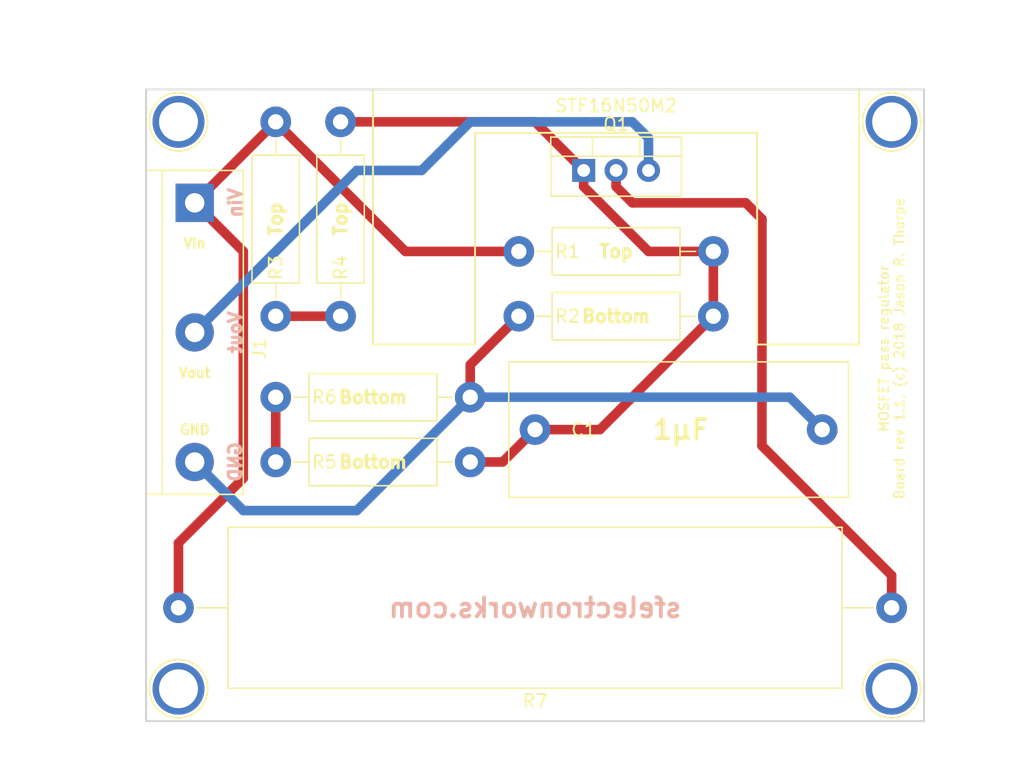
<source format=kicad_pcb>
(kicad_pcb (version 4) (host pcbnew 4.0.7)

  (general
    (links 15)
    (no_connects 0)
    (area 110.260001 46.83 194.54 109.380001)
    (thickness 1.6)
    (drawings 23)
    (tracks 39)
    (zones 0)
    (modules 15)
    (nets 8)
  )

  (page A4)
  (layers
    (0 F.Cu signal)
    (31 B.Cu signal)
    (32 B.Adhes user)
    (33 F.Adhes user)
    (34 B.Paste user)
    (35 F.Paste user)
    (36 B.SilkS user)
    (37 F.SilkS user)
    (38 B.Mask user)
    (39 F.Mask user)
    (40 Dwgs.User user)
    (41 Cmts.User user)
    (42 Eco1.User user)
    (43 Eco2.User user)
    (44 Edge.Cuts user)
    (45 Margin user)
    (46 B.CrtYd user)
    (47 F.CrtYd user)
    (48 B.Fab user)
    (49 F.Fab user)
  )

  (setup
    (last_trace_width 0.75)
    (trace_clearance 0.25)
    (zone_clearance 0.508)
    (zone_45_only no)
    (trace_min 0.2)
    (segment_width 0.2)
    (edge_width 0.15)
    (via_size 0.6)
    (via_drill 0.4)
    (via_min_size 0.4)
    (via_min_drill 0.3)
    (uvia_size 0.3)
    (uvia_drill 0.1)
    (uvias_allowed no)
    (uvia_min_size 0.2)
    (uvia_min_drill 0.1)
    (pcb_text_width 0.3)
    (pcb_text_size 1.5 1.5)
    (mod_edge_width 0.15)
    (mod_text_size 1 1)
    (mod_text_width 0.15)
    (pad_size 1.524 1.524)
    (pad_drill 0.762)
    (pad_to_mask_clearance 0.2)
    (aux_axis_origin 0 0)
    (visible_elements FFFFFF7F)
    (pcbplotparams
      (layerselection 0x210f0_80000001)
      (usegerberextensions false)
      (excludeedgelayer true)
      (linewidth 0.100000)
      (plotframeref false)
      (viasonmask false)
      (mode 1)
      (useauxorigin false)
      (hpglpennumber 1)
      (hpglpenspeed 20)
      (hpglpendiameter 15)
      (hpglpenoverlay 2)
      (psnegative false)
      (psa4output false)
      (plotreference true)
      (plotvalue true)
      (plotinvisibletext false)
      (padsonsilk false)
      (subtractmaskfromsilk false)
      (outputformat 1)
      (mirror false)
      (drillshape 0)
      (scaleselection 1)
      (outputdirectory Gerbers/))
  )

  (net 0 "")
  (net 1 "Net-(C1-Pad1)")
  (net 2 "Net-(C1-Pad2)")
  (net 3 "Net-(J1-Pad1)")
  (net 4 "Net-(J1-Pad2)")
  (net 5 "Net-(R3-Pad2)")
  (net 6 "Net-(R5-Pad2)")
  (net 7 "Net-(Q1-Pad2)")

  (net_class Default "This is the default net class."
    (clearance 0.25)
    (trace_width 0.75)
    (via_dia 0.6)
    (via_drill 0.4)
    (uvia_dia 0.3)
    (uvia_drill 0.1)
    (add_net "Net-(C1-Pad1)")
    (add_net "Net-(C1-Pad2)")
    (add_net "Net-(J1-Pad1)")
    (add_net "Net-(J1-Pad2)")
    (add_net "Net-(Q1-Pad2)")
    (add_net "Net-(R3-Pad2)")
    (add_net "Net-(R5-Pad2)")
  )

  (module Connectors:1pin (layer F.Cu) (tedit 5BB3D256) (tstamp 5A88AC29)
    (at 124.46 100.33)
    (descr "module 1 pin (ou trou mecanique de percage)")
    (tags DEV)
    (fp_text reference REF** (at 0 -3.048) (layer F.SilkS) hide
      (effects (font (size 1 1) (thickness 0.15)))
    )
    (fp_text value 1pin (at 0 3) (layer F.Fab) hide
      (effects (font (size 1 1) (thickness 0.15)))
    )
    (fp_circle (center 0 0) (end 2 0.8) (layer F.Fab) (width 0.1))
    (fp_circle (center 0 0) (end 2.6 0) (layer F.CrtYd) (width 0.05))
    (fp_circle (center 0 0) (end 0 -2.286) (layer F.SilkS) (width 0.12))
    (pad 1 thru_hole circle (at 0 0) (size 4.064 4.064) (drill 3.048) (layers *.Cu *.Mask))
  )

  (module Capacitors_THT:C_Rect_L26.5mm_W10.5mm_P22.50mm_MKS4 (layer F.Cu) (tedit 5BB3D280) (tstamp 5A885867)
    (at 152.4 80.01)
    (descr "C, Rect series, Radial, pin pitch=22.50mm, , length*width=26.5*10.5mm^2, Capacitor, http://www.wima.com/EN/WIMA_MKS_4.pdf")
    (tags "C Rect series Radial pin pitch 22.50mm  length 26.5mm width 10.5mm Capacitor")
    (path /5A8854C6)
    (fp_text reference C1 (at 3.81 0) (layer F.SilkS)
      (effects (font (size 1 1) (thickness 0.15)))
    )
    (fp_text value 1µF (at 11.25 6.56) (layer F.Fab)
      (effects (font (size 1 1) (thickness 0.15)))
    )
    (fp_line (start -2 -5.25) (end -2 5.25) (layer F.Fab) (width 0.1))
    (fp_line (start -2 5.25) (end 24.5 5.25) (layer F.Fab) (width 0.1))
    (fp_line (start 24.5 5.25) (end 24.5 -5.25) (layer F.Fab) (width 0.1))
    (fp_line (start 24.5 -5.25) (end -2 -5.25) (layer F.Fab) (width 0.1))
    (fp_line (start -2.06 -5.31) (end 24.56 -5.31) (layer F.SilkS) (width 0.12))
    (fp_line (start -2.06 5.31) (end 24.56 5.31) (layer F.SilkS) (width 0.12))
    (fp_line (start -2.06 -5.31) (end -2.06 5.31) (layer F.SilkS) (width 0.12))
    (fp_line (start 24.56 -5.31) (end 24.56 5.31) (layer F.SilkS) (width 0.12))
    (fp_line (start -2.35 -5.6) (end -2.35 5.6) (layer F.CrtYd) (width 0.05))
    (fp_line (start -2.35 5.6) (end 24.85 5.6) (layer F.CrtYd) (width 0.05))
    (fp_line (start 24.85 5.6) (end 24.85 -5.6) (layer F.CrtYd) (width 0.05))
    (fp_line (start 24.85 -5.6) (end -2.35 -5.6) (layer F.CrtYd) (width 0.05))
    (fp_text user %R (at 11.25 0) (layer F.Fab) hide
      (effects (font (size 1 1) (thickness 0.15)))
    )
    (pad 1 thru_hole circle (at 0 0) (size 2.4 2.4) (drill 1.2) (layers *.Cu *.Mask)
      (net 1 "Net-(C1-Pad1)"))
    (pad 2 thru_hole circle (at 22.5 0) (size 2.4 2.4) (drill 1.2) (layers *.Cu *.Mask)
      (net 2 "Net-(C1-Pad2)"))
    (model ${KISYS3DMOD}/Capacitors_THT.3dshapes/C_Rect_L26.5mm_W10.5mm_P22.50mm_MKS4.wrl
      (at (xyz 0 0 0))
      (scale (xyz 1 1 1))
      (rotate (xyz 0 0 0))
    )
  )

  (module CustomFootprints:TerminalBlock_AMP-3_P10.16mm (layer F.Cu) (tedit 5BB3D412) (tstamp 5A88587D)
    (at 125.73 62.23 270)
    (descr "simple 3-pin terminal block, pitch 10.16mm, 600V")
    (tags "terminal block bornier3")
    (path /5A8856F5)
    (fp_text reference J1 (at 11.43 -5.08 270) (layer F.SilkS)
      (effects (font (size 1 1) (thickness 0.15)))
    )
    (fp_text value "TE AMP 282843-3" (at 10.16 5.08 270) (layer F.Fab)
      (effects (font (size 1 1) (thickness 0.15)))
    )
    (fp_text user %R (at 5.08 0 270) (layer F.Fab) hide
      (effects (font (size 1 1) (thickness 0.15)))
    )
    (fp_line (start -2.47 2.55) (end 22.79 2.55) (layer F.Fab) (width 0.1))
    (fp_line (start -2.47 -3.75) (end 22.84 -3.75) (layer F.Fab) (width 0.1))
    (fp_line (start 22.79 -3.75) (end 22.79 3.75) (layer F.Fab) (width 0.1))
    (fp_line (start 22.84 3.75) (end -2.47 3.75) (layer F.Fab) (width 0.1))
    (fp_line (start -2.47 3.75) (end -2.47 -3.75) (layer F.Fab) (width 0.1))
    (fp_line (start -2.54 3.81) (end -2.54 -3.81) (layer F.SilkS) (width 0.12))
    (fp_line (start 22.86 3.81) (end 22.86 -3.81) (layer F.SilkS) (width 0.12))
    (fp_line (start -2.54 2.54) (end 22.86 2.54) (layer F.SilkS) (width 0.12))
    (fp_line (start -2.54 -3.81) (end 22.86 -3.81) (layer F.SilkS) (width 0.12))
    (fp_line (start -2.54 3.81) (end 22.86 3.81) (layer F.SilkS) (width 0.12))
    (fp_line (start -2.72 -4) (end 23.04 -4) (layer F.CrtYd) (width 0.05))
    (fp_line (start -2.72 -4) (end -2.72 4) (layer F.CrtYd) (width 0.05))
    (fp_line (start 23.04 4) (end 23.04 -4) (layer F.CrtYd) (width 0.05))
    (fp_line (start 23.04 4) (end -2.72 4) (layer F.CrtYd) (width 0.05))
    (pad 1 thru_hole rect (at 0 0 270) (size 3 3) (drill 1.52) (layers *.Cu *.Mask)
      (net 3 "Net-(J1-Pad1)"))
    (pad 2 thru_hole circle (at 10.16 0 270) (size 3 3) (drill 1.52) (layers *.Cu *.Mask)
      (net 4 "Net-(J1-Pad2)"))
    (pad 3 thru_hole circle (at 20.32 0 270) (size 3 3) (drill 1.52) (layers *.Cu *.Mask)
      (net 2 "Net-(C1-Pad2)"))
    (model ${KISYS3DMOD}/Terminal_Blocks.3dshapes/TerminalBlock_bornier-3_P5.08mm.wrl
      (at (xyz 0.2 0 0))
      (scale (xyz 1 1 1))
      (rotate (xyz 0 0 0))
    )
  )

  (module Resistors_THT:R_Axial_DIN0411_L9.9mm_D3.6mm_P15.24mm_Horizontal (layer F.Cu) (tedit 5A88B8B1) (tstamp 5A885883)
    (at 151.13 66.04)
    (descr "Resistor, Axial_DIN0411 series, Axial, Horizontal, pin pitch=15.24mm, 1W = 1/1W, length*diameter=9.9*3.6mm^2")
    (tags "Resistor Axial_DIN0411 series Axial Horizontal pin pitch 15.24mm 1W = 1/1W length 9.9mm diameter 3.6mm")
    (path /5A8855E8)
    (fp_text reference R1 (at 3.81 0) (layer F.SilkS)
      (effects (font (size 1 1) (thickness 0.15)))
    )
    (fp_text value R (at 7.62 2.86) (layer F.Fab)
      (effects (font (size 1 1) (thickness 0.15)))
    )
    (fp_line (start 2.67 -1.8) (end 2.67 1.8) (layer F.Fab) (width 0.1))
    (fp_line (start 2.67 1.8) (end 12.57 1.8) (layer F.Fab) (width 0.1))
    (fp_line (start 12.57 1.8) (end 12.57 -1.8) (layer F.Fab) (width 0.1))
    (fp_line (start 12.57 -1.8) (end 2.67 -1.8) (layer F.Fab) (width 0.1))
    (fp_line (start 0 0) (end 2.67 0) (layer F.Fab) (width 0.1))
    (fp_line (start 15.24 0) (end 12.57 0) (layer F.Fab) (width 0.1))
    (fp_line (start 2.61 -1.86) (end 2.61 1.86) (layer F.SilkS) (width 0.12))
    (fp_line (start 2.61 1.86) (end 12.63 1.86) (layer F.SilkS) (width 0.12))
    (fp_line (start 12.63 1.86) (end 12.63 -1.86) (layer F.SilkS) (width 0.12))
    (fp_line (start 12.63 -1.86) (end 2.61 -1.86) (layer F.SilkS) (width 0.12))
    (fp_line (start 1.38 0) (end 2.61 0) (layer F.SilkS) (width 0.12))
    (fp_line (start 13.86 0) (end 12.63 0) (layer F.SilkS) (width 0.12))
    (fp_line (start -1.45 -2.15) (end -1.45 2.15) (layer F.CrtYd) (width 0.05))
    (fp_line (start -1.45 2.15) (end 16.7 2.15) (layer F.CrtYd) (width 0.05))
    (fp_line (start 16.7 2.15) (end 16.7 -2.15) (layer F.CrtYd) (width 0.05))
    (fp_line (start 16.7 -2.15) (end -1.45 -2.15) (layer F.CrtYd) (width 0.05))
    (pad 1 thru_hole circle (at 0 0) (size 2.4 2.4) (drill 1.2) (layers *.Cu *.Mask)
      (net 3 "Net-(J1-Pad1)"))
    (pad 2 thru_hole oval (at 15.24 0) (size 2.4 2.4) (drill 1.2) (layers *.Cu *.Mask)
      (net 1 "Net-(C1-Pad1)"))
    (model ${KISYS3DMOD}/Resistors_THT.3dshapes/R_Axial_DIN0411_L9.9mm_D3.6mm_P15.24mm_Horizontal.wrl
      (at (xyz 0 0 0))
      (scale (xyz 0.393701 0.393701 0.393701))
      (rotate (xyz 0 0 0))
    )
  )

  (module Resistors_THT:R_Axial_DIN0411_L9.9mm_D3.6mm_P15.24mm_Horizontal (layer F.Cu) (tedit 5A88B8BA) (tstamp 5A885889)
    (at 166.37 71.12 180)
    (descr "Resistor, Axial_DIN0411 series, Axial, Horizontal, pin pitch=15.24mm, 1W = 1/1W, length*diameter=9.9*3.6mm^2")
    (tags "Resistor Axial_DIN0411 series Axial Horizontal pin pitch 15.24mm 1W = 1/1W length 9.9mm diameter 3.6mm")
    (path /5A88563F)
    (fp_text reference R2 (at 11.43 0 180) (layer F.SilkS)
      (effects (font (size 1 1) (thickness 0.15)))
    )
    (fp_text value R (at 7.62 2.86 180) (layer F.Fab)
      (effects (font (size 1 1) (thickness 0.15)))
    )
    (fp_line (start 2.67 -1.8) (end 2.67 1.8) (layer F.Fab) (width 0.1))
    (fp_line (start 2.67 1.8) (end 12.57 1.8) (layer F.Fab) (width 0.1))
    (fp_line (start 12.57 1.8) (end 12.57 -1.8) (layer F.Fab) (width 0.1))
    (fp_line (start 12.57 -1.8) (end 2.67 -1.8) (layer F.Fab) (width 0.1))
    (fp_line (start 0 0) (end 2.67 0) (layer F.Fab) (width 0.1))
    (fp_line (start 15.24 0) (end 12.57 0) (layer F.Fab) (width 0.1))
    (fp_line (start 2.61 -1.86) (end 2.61 1.86) (layer F.SilkS) (width 0.12))
    (fp_line (start 2.61 1.86) (end 12.63 1.86) (layer F.SilkS) (width 0.12))
    (fp_line (start 12.63 1.86) (end 12.63 -1.86) (layer F.SilkS) (width 0.12))
    (fp_line (start 12.63 -1.86) (end 2.61 -1.86) (layer F.SilkS) (width 0.12))
    (fp_line (start 1.38 0) (end 2.61 0) (layer F.SilkS) (width 0.12))
    (fp_line (start 13.86 0) (end 12.63 0) (layer F.SilkS) (width 0.12))
    (fp_line (start -1.45 -2.15) (end -1.45 2.15) (layer F.CrtYd) (width 0.05))
    (fp_line (start -1.45 2.15) (end 16.7 2.15) (layer F.CrtYd) (width 0.05))
    (fp_line (start 16.7 2.15) (end 16.7 -2.15) (layer F.CrtYd) (width 0.05))
    (fp_line (start 16.7 -2.15) (end -1.45 -2.15) (layer F.CrtYd) (width 0.05))
    (pad 1 thru_hole circle (at 0 0 180) (size 2.4 2.4) (drill 1.2) (layers *.Cu *.Mask)
      (net 1 "Net-(C1-Pad1)"))
    (pad 2 thru_hole oval (at 15.24 0 180) (size 2.4 2.4) (drill 1.2) (layers *.Cu *.Mask)
      (net 2 "Net-(C1-Pad2)"))
    (model ${KISYS3DMOD}/Resistors_THT.3dshapes/R_Axial_DIN0411_L9.9mm_D3.6mm_P15.24mm_Horizontal.wrl
      (at (xyz 0 0 0))
      (scale (xyz 0.393701 0.393701 0.393701))
      (rotate (xyz 0 0 0))
    )
  )

  (module Resistors_THT:R_Axial_DIN0411_L9.9mm_D3.6mm_P15.24mm_Horizontal (layer F.Cu) (tedit 5A88B0D9) (tstamp 5A88588F)
    (at 132.08 55.88 270)
    (descr "Resistor, Axial_DIN0411 series, Axial, Horizontal, pin pitch=15.24mm, 1W = 1/1W, length*diameter=9.9*3.6mm^2")
    (tags "Resistor Axial_DIN0411 series Axial Horizontal pin pitch 15.24mm 1W = 1/1W length 9.9mm diameter 3.6mm")
    (path /5A88538B)
    (fp_text reference R3 (at 11.43 0 270) (layer F.SilkS)
      (effects (font (size 1 1) (thickness 0.15)))
    )
    (fp_text value R (at 7.62 2.86 270) (layer F.Fab)
      (effects (font (size 1 1) (thickness 0.15)))
    )
    (fp_line (start 2.67 -1.8) (end 2.67 1.8) (layer F.Fab) (width 0.1))
    (fp_line (start 2.67 1.8) (end 12.57 1.8) (layer F.Fab) (width 0.1))
    (fp_line (start 12.57 1.8) (end 12.57 -1.8) (layer F.Fab) (width 0.1))
    (fp_line (start 12.57 -1.8) (end 2.67 -1.8) (layer F.Fab) (width 0.1))
    (fp_line (start 0 0) (end 2.67 0) (layer F.Fab) (width 0.1))
    (fp_line (start 15.24 0) (end 12.57 0) (layer F.Fab) (width 0.1))
    (fp_line (start 2.61 -1.86) (end 2.61 1.86) (layer F.SilkS) (width 0.12))
    (fp_line (start 2.61 1.86) (end 12.63 1.86) (layer F.SilkS) (width 0.12))
    (fp_line (start 12.63 1.86) (end 12.63 -1.86) (layer F.SilkS) (width 0.12))
    (fp_line (start 12.63 -1.86) (end 2.61 -1.86) (layer F.SilkS) (width 0.12))
    (fp_line (start 1.38 0) (end 2.61 0) (layer F.SilkS) (width 0.12))
    (fp_line (start 13.86 0) (end 12.63 0) (layer F.SilkS) (width 0.12))
    (fp_line (start -1.45 -2.15) (end -1.45 2.15) (layer F.CrtYd) (width 0.05))
    (fp_line (start -1.45 2.15) (end 16.7 2.15) (layer F.CrtYd) (width 0.05))
    (fp_line (start 16.7 2.15) (end 16.7 -2.15) (layer F.CrtYd) (width 0.05))
    (fp_line (start 16.7 -2.15) (end -1.45 -2.15) (layer F.CrtYd) (width 0.05))
    (pad 1 thru_hole circle (at 0 0 270) (size 2.4 2.4) (drill 1.2) (layers *.Cu *.Mask)
      (net 3 "Net-(J1-Pad1)"))
    (pad 2 thru_hole oval (at 15.24 0 270) (size 2.4 2.4) (drill 1.2) (layers *.Cu *.Mask)
      (net 5 "Net-(R3-Pad2)"))
    (model ${KISYS3DMOD}/Resistors_THT.3dshapes/R_Axial_DIN0411_L9.9mm_D3.6mm_P15.24mm_Horizontal.wrl
      (at (xyz 0 0 0))
      (scale (xyz 0.393701 0.393701 0.393701))
      (rotate (xyz 0 0 0))
    )
  )

  (module Resistors_THT:R_Axial_DIN0411_L9.9mm_D3.6mm_P15.24mm_Horizontal (layer F.Cu) (tedit 5A886081) (tstamp 5A885895)
    (at 137.16 71.12 90)
    (descr "Resistor, Axial_DIN0411 series, Axial, Horizontal, pin pitch=15.24mm, 1W = 1/1W, length*diameter=9.9*3.6mm^2")
    (tags "Resistor Axial_DIN0411 series Axial Horizontal pin pitch 15.24mm 1W = 1/1W length 9.9mm diameter 3.6mm")
    (path /5A8853BF)
    (fp_text reference R4 (at 3.81 0 90) (layer F.SilkS)
      (effects (font (size 1 1) (thickness 0.15)))
    )
    (fp_text value R (at 7.62 2.86 90) (layer F.Fab)
      (effects (font (size 1 1) (thickness 0.15)))
    )
    (fp_line (start 2.67 -1.8) (end 2.67 1.8) (layer F.Fab) (width 0.1))
    (fp_line (start 2.67 1.8) (end 12.57 1.8) (layer F.Fab) (width 0.1))
    (fp_line (start 12.57 1.8) (end 12.57 -1.8) (layer F.Fab) (width 0.1))
    (fp_line (start 12.57 -1.8) (end 2.67 -1.8) (layer F.Fab) (width 0.1))
    (fp_line (start 0 0) (end 2.67 0) (layer F.Fab) (width 0.1))
    (fp_line (start 15.24 0) (end 12.57 0) (layer F.Fab) (width 0.1))
    (fp_line (start 2.61 -1.86) (end 2.61 1.86) (layer F.SilkS) (width 0.12))
    (fp_line (start 2.61 1.86) (end 12.63 1.86) (layer F.SilkS) (width 0.12))
    (fp_line (start 12.63 1.86) (end 12.63 -1.86) (layer F.SilkS) (width 0.12))
    (fp_line (start 12.63 -1.86) (end 2.61 -1.86) (layer F.SilkS) (width 0.12))
    (fp_line (start 1.38 0) (end 2.61 0) (layer F.SilkS) (width 0.12))
    (fp_line (start 13.86 0) (end 12.63 0) (layer F.SilkS) (width 0.12))
    (fp_line (start -1.45 -2.15) (end -1.45 2.15) (layer F.CrtYd) (width 0.05))
    (fp_line (start -1.45 2.15) (end 16.7 2.15) (layer F.CrtYd) (width 0.05))
    (fp_line (start 16.7 2.15) (end 16.7 -2.15) (layer F.CrtYd) (width 0.05))
    (fp_line (start 16.7 -2.15) (end -1.45 -2.15) (layer F.CrtYd) (width 0.05))
    (pad 1 thru_hole circle (at 0 0 90) (size 2.4 2.4) (drill 1.2) (layers *.Cu *.Mask)
      (net 5 "Net-(R3-Pad2)"))
    (pad 2 thru_hole oval (at 15.24 0 90) (size 2.4 2.4) (drill 1.2) (layers *.Cu *.Mask)
      (net 1 "Net-(C1-Pad1)"))
    (model ${KISYS3DMOD}/Resistors_THT.3dshapes/R_Axial_DIN0411_L9.9mm_D3.6mm_P15.24mm_Horizontal.wrl
      (at (xyz 0 0 0))
      (scale (xyz 0.393701 0.393701 0.393701))
      (rotate (xyz 0 0 0))
    )
  )

  (module Resistors_THT:R_Axial_DIN0411_L9.9mm_D3.6mm_P15.24mm_Horizontal (layer F.Cu) (tedit 5A88B115) (tstamp 5A88589B)
    (at 147.32 82.55 180)
    (descr "Resistor, Axial_DIN0411 series, Axial, Horizontal, pin pitch=15.24mm, 1W = 1/1W, length*diameter=9.9*3.6mm^2")
    (tags "Resistor Axial_DIN0411 series Axial Horizontal pin pitch 15.24mm 1W = 1/1W length 9.9mm diameter 3.6mm")
    (path /5A8853FF)
    (fp_text reference R5 (at 11.43 0 180) (layer F.SilkS)
      (effects (font (size 1 1) (thickness 0.15)))
    )
    (fp_text value R (at 7.62 2.86 180) (layer F.Fab)
      (effects (font (size 1 1) (thickness 0.15)))
    )
    (fp_line (start 2.67 -1.8) (end 2.67 1.8) (layer F.Fab) (width 0.1))
    (fp_line (start 2.67 1.8) (end 12.57 1.8) (layer F.Fab) (width 0.1))
    (fp_line (start 12.57 1.8) (end 12.57 -1.8) (layer F.Fab) (width 0.1))
    (fp_line (start 12.57 -1.8) (end 2.67 -1.8) (layer F.Fab) (width 0.1))
    (fp_line (start 0 0) (end 2.67 0) (layer F.Fab) (width 0.1))
    (fp_line (start 15.24 0) (end 12.57 0) (layer F.Fab) (width 0.1))
    (fp_line (start 2.61 -1.86) (end 2.61 1.86) (layer F.SilkS) (width 0.12))
    (fp_line (start 2.61 1.86) (end 12.63 1.86) (layer F.SilkS) (width 0.12))
    (fp_line (start 12.63 1.86) (end 12.63 -1.86) (layer F.SilkS) (width 0.12))
    (fp_line (start 12.63 -1.86) (end 2.61 -1.86) (layer F.SilkS) (width 0.12))
    (fp_line (start 1.38 0) (end 2.61 0) (layer F.SilkS) (width 0.12))
    (fp_line (start 13.86 0) (end 12.63 0) (layer F.SilkS) (width 0.12))
    (fp_line (start -1.45 -2.15) (end -1.45 2.15) (layer F.CrtYd) (width 0.05))
    (fp_line (start -1.45 2.15) (end 16.7 2.15) (layer F.CrtYd) (width 0.05))
    (fp_line (start 16.7 2.15) (end 16.7 -2.15) (layer F.CrtYd) (width 0.05))
    (fp_line (start 16.7 -2.15) (end -1.45 -2.15) (layer F.CrtYd) (width 0.05))
    (pad 1 thru_hole circle (at 0 0 180) (size 2.4 2.4) (drill 1.2) (layers *.Cu *.Mask)
      (net 1 "Net-(C1-Pad1)"))
    (pad 2 thru_hole oval (at 15.24 0 180) (size 2.4 2.4) (drill 1.2) (layers *.Cu *.Mask)
      (net 6 "Net-(R5-Pad2)"))
    (model ${KISYS3DMOD}/Resistors_THT.3dshapes/R_Axial_DIN0411_L9.9mm_D3.6mm_P15.24mm_Horizontal.wrl
      (at (xyz 0 0 0))
      (scale (xyz 0.393701 0.393701 0.393701))
      (rotate (xyz 0 0 0))
    )
  )

  (module Resistors_THT:R_Axial_DIN0411_L9.9mm_D3.6mm_P15.24mm_Horizontal (layer F.Cu) (tedit 5A886086) (tstamp 5A8858A1)
    (at 132.08 77.47)
    (descr "Resistor, Axial_DIN0411 series, Axial, Horizontal, pin pitch=15.24mm, 1W = 1/1W, length*diameter=9.9*3.6mm^2")
    (tags "Resistor Axial_DIN0411 series Axial Horizontal pin pitch 15.24mm 1W = 1/1W length 9.9mm diameter 3.6mm")
    (path /5A885443)
    (fp_text reference R6 (at 3.81 0) (layer F.SilkS)
      (effects (font (size 1 1) (thickness 0.15)))
    )
    (fp_text value R (at 7.62 2.86) (layer F.Fab)
      (effects (font (size 1 1) (thickness 0.15)))
    )
    (fp_line (start 2.67 -1.8) (end 2.67 1.8) (layer F.Fab) (width 0.1))
    (fp_line (start 2.67 1.8) (end 12.57 1.8) (layer F.Fab) (width 0.1))
    (fp_line (start 12.57 1.8) (end 12.57 -1.8) (layer F.Fab) (width 0.1))
    (fp_line (start 12.57 -1.8) (end 2.67 -1.8) (layer F.Fab) (width 0.1))
    (fp_line (start 0 0) (end 2.67 0) (layer F.Fab) (width 0.1))
    (fp_line (start 15.24 0) (end 12.57 0) (layer F.Fab) (width 0.1))
    (fp_line (start 2.61 -1.86) (end 2.61 1.86) (layer F.SilkS) (width 0.12))
    (fp_line (start 2.61 1.86) (end 12.63 1.86) (layer F.SilkS) (width 0.12))
    (fp_line (start 12.63 1.86) (end 12.63 -1.86) (layer F.SilkS) (width 0.12))
    (fp_line (start 12.63 -1.86) (end 2.61 -1.86) (layer F.SilkS) (width 0.12))
    (fp_line (start 1.38 0) (end 2.61 0) (layer F.SilkS) (width 0.12))
    (fp_line (start 13.86 0) (end 12.63 0) (layer F.SilkS) (width 0.12))
    (fp_line (start -1.45 -2.15) (end -1.45 2.15) (layer F.CrtYd) (width 0.05))
    (fp_line (start -1.45 2.15) (end 16.7 2.15) (layer F.CrtYd) (width 0.05))
    (fp_line (start 16.7 2.15) (end 16.7 -2.15) (layer F.CrtYd) (width 0.05))
    (fp_line (start 16.7 -2.15) (end -1.45 -2.15) (layer F.CrtYd) (width 0.05))
    (pad 1 thru_hole circle (at 0 0) (size 2.4 2.4) (drill 1.2) (layers *.Cu *.Mask)
      (net 6 "Net-(R5-Pad2)"))
    (pad 2 thru_hole oval (at 15.24 0) (size 2.4 2.4) (drill 1.2) (layers *.Cu *.Mask)
      (net 2 "Net-(C1-Pad2)"))
    (model ${KISYS3DMOD}/Resistors_THT.3dshapes/R_Axial_DIN0411_L9.9mm_D3.6mm_P15.24mm_Horizontal.wrl
      (at (xyz 0 0 0))
      (scale (xyz 0.393701 0.393701 0.393701))
      (rotate (xyz 0 0 0))
    )
  )

  (module TO_SOT_Packages_THT:TO-220-3_Vertical (layer F.Cu) (tedit 5BB3D263) (tstamp 5A8858E4)
    (at 156.21 59.69)
    (descr "TO-220-3, Vertical, RM 2.54mm")
    (tags "TO-220-3 Vertical RM 2.54mm")
    (path /5A885558)
    (fp_text reference Q1 (at 2.54 -3.62) (layer F.SilkS)
      (effects (font (size 1 1) (thickness 0.15)))
    )
    (fp_text value STF16N50M2 (at 2.54 3.92) (layer F.Fab) hide
      (effects (font (size 1 1) (thickness 0.15)))
    )
    (fp_text user %R (at 2.54 -3.62) (layer F.Fab)
      (effects (font (size 1 1) (thickness 0.15)))
    )
    (fp_line (start -2.46 -2.5) (end -2.46 1.9) (layer F.Fab) (width 0.1))
    (fp_line (start -2.46 1.9) (end 7.54 1.9) (layer F.Fab) (width 0.1))
    (fp_line (start 7.54 1.9) (end 7.54 -2.5) (layer F.Fab) (width 0.1))
    (fp_line (start 7.54 -2.5) (end -2.46 -2.5) (layer F.Fab) (width 0.1))
    (fp_line (start -2.46 -1.23) (end 7.54 -1.23) (layer F.Fab) (width 0.1))
    (fp_line (start 0.69 -2.5) (end 0.69 -1.23) (layer F.Fab) (width 0.1))
    (fp_line (start 4.39 -2.5) (end 4.39 -1.23) (layer F.Fab) (width 0.1))
    (fp_line (start -2.58 -2.62) (end 7.66 -2.62) (layer F.SilkS) (width 0.12))
    (fp_line (start -2.58 2.021) (end 7.66 2.021) (layer F.SilkS) (width 0.12))
    (fp_line (start -2.58 -2.62) (end -2.58 2.021) (layer F.SilkS) (width 0.12))
    (fp_line (start 7.66 -2.62) (end 7.66 2.021) (layer F.SilkS) (width 0.12))
    (fp_line (start -2.58 -1.11) (end 7.66 -1.11) (layer F.SilkS) (width 0.12))
    (fp_line (start 0.69 -2.62) (end 0.69 -1.11) (layer F.SilkS) (width 0.12))
    (fp_line (start 4.391 -2.62) (end 4.391 -1.11) (layer F.SilkS) (width 0.12))
    (fp_line (start -2.71 -2.75) (end -2.71 2.16) (layer F.CrtYd) (width 0.05))
    (fp_line (start -2.71 2.16) (end 7.79 2.16) (layer F.CrtYd) (width 0.05))
    (fp_line (start 7.79 2.16) (end 7.79 -2.75) (layer F.CrtYd) (width 0.05))
    (fp_line (start 7.79 -2.75) (end -2.71 -2.75) (layer F.CrtYd) (width 0.05))
    (pad 1 thru_hole rect (at 0 0) (size 1.8 1.8) (drill 1) (layers *.Cu *.Mask)
      (net 1 "Net-(C1-Pad1)"))
    (pad 2 thru_hole oval (at 2.54 0) (size 1.8 1.8) (drill 1) (layers *.Cu *.Mask)
      (net 7 "Net-(Q1-Pad2)"))
    (pad 3 thru_hole oval (at 5.08 0) (size 1.8 1.8) (drill 1) (layers *.Cu *.Mask)
      (net 4 "Net-(J1-Pad2)"))
    (model ${KISYS3DMOD}/TO_SOT_Packages_THT.3dshapes/TO-220-3_Vertical.wrl
      (at (xyz 0.1 0 0))
      (scale (xyz 0.393701 0.393701 0.393701))
      (rotate (xyz 0 0 0))
    )
  )

  (module CustomFootprints:Aavid_Thermalloy_ML33G_TO-220-heatsink (layer F.Cu) (tedit 5A885AD7) (tstamp 5A88594D)
    (at 139.7 53.34)
    (fp_text reference STF16N50M2 (at 19.05 1.27) (layer F.SilkS)
      (effects (font (size 1 1) (thickness 0.15)))
    )
    (fp_text value Aavid_Thermalloy_ML33G_TO-220-heatsink (at 19.05 -1.27) (layer F.Fab)
      (effects (font (size 1 1) (thickness 0.15)))
    )
    (fp_line (start 19.05 3.4) (end 19.05 20) (layer F.Fab) (width 0.15))
    (fp_line (start 8 3.4) (end 30.1 3.4) (layer F.SilkS) (width 0.15))
    (fp_line (start 8 20) (end 8 3.4) (layer F.SilkS) (width 0.15))
    (fp_line (start 8 20) (end 0 20) (layer F.SilkS) (width 0.15))
    (fp_line (start 0 0) (end 0 20) (layer F.SilkS) (width 0.15))
    (fp_line (start 38.1 20) (end 30.1 20) (layer F.SilkS) (width 0.15))
    (fp_line (start 30.1 20) (end 30.1 3.4) (layer F.SilkS) (width 0.15))
    (fp_line (start 38.1 0) (end 38.1 20) (layer F.SilkS) (width 0.15))
    (fp_line (start 0 0) (end 38.1 0) (layer F.SilkS) (width 0.15))
  )

  (module Connectors:1pin (layer F.Cu) (tedit 5BB3D250) (tstamp 5A885B2C)
    (at 124.46 55.88)
    (descr "module 1 pin (ou trou mecanique de percage)")
    (tags DEV)
    (fp_text reference REF** (at 0 -3.048) (layer F.SilkS) hide
      (effects (font (size 1 1) (thickness 0.15)))
    )
    (fp_text value 1pin (at 0 3) (layer F.Fab) hide
      (effects (font (size 1 1) (thickness 0.15)))
    )
    (fp_circle (center 0 0) (end 2 0.8) (layer F.Fab) (width 0.1))
    (fp_circle (center 0 0) (end 2.6 0) (layer F.CrtYd) (width 0.05))
    (fp_circle (center 0 0) (end 0 -2.286) (layer F.SilkS) (width 0.12))
    (pad 1 thru_hole circle (at 0 0) (size 4.064 4.064) (drill 3.048) (layers *.Cu *.Mask))
  )

  (module Connectors:1pin (layer F.Cu) (tedit 5BB3D23F) (tstamp 5A885B40)
    (at 180.34 55.88)
    (descr "module 1 pin (ou trou mecanique de percage)")
    (tags DEV)
    (fp_text reference REF** (at 0 -3.048) (layer F.SilkS) hide
      (effects (font (size 1 1) (thickness 0.15)))
    )
    (fp_text value 1pin (at 0 3) (layer F.Fab) hide
      (effects (font (size 1 1) (thickness 0.15)))
    )
    (fp_circle (center 0 0) (end 2 0.8) (layer F.Fab) (width 0.1))
    (fp_circle (center 0 0) (end 2.6 0) (layer F.CrtYd) (width 0.05))
    (fp_circle (center 0 0) (end 0 -2.286) (layer F.SilkS) (width 0.12))
    (pad 1 thru_hole circle (at 0 0) (size 4.064 4.064) (drill 3.048) (layers *.Cu *.Mask))
  )

  (module Connectors:1pin (layer F.Cu) (tedit 5BB3D247) (tstamp 5A885B4C)
    (at 180.34 100.33)
    (descr "module 1 pin (ou trou mecanique de percage)")
    (tags DEV)
    (fp_text reference REF** (at 0 -3.048) (layer F.SilkS) hide
      (effects (font (size 1 1) (thickness 0.15)))
    )
    (fp_text value 1pin (at 0 3) (layer F.Fab) hide
      (effects (font (size 1 1) (thickness 0.15)))
    )
    (fp_circle (center 0 0) (end 2 0.8) (layer F.Fab) (width 0.1))
    (fp_circle (center 0 0) (end 2.6 0) (layer F.CrtYd) (width 0.05))
    (fp_circle (center 0 0) (end 0 -2.286) (layer F.SilkS) (width 0.12))
    (pad 1 thru_hole circle (at 0 0) (size 4.064 4.064) (drill 3.048) (layers *.Cu *.Mask))
  )

  (module Resistors_THT:R_Axial_Power_L48.0mm_W12.5mm_P55.88mm (layer F.Cu) (tedit 5874F706) (tstamp 5A88AB9C)
    (at 180.34 93.98 180)
    (descr "Resistor, Axial_Power series, Axial, Horizontal, pin pitch=55.88mm, 15W, length*diameter=48*12.5mm^2, http://cdn-reichelt.de/documents/datenblatt/B400/5WAXIAL_9WAXIAL_11WAXIAL_17WAXIAL%23YAG.pdf")
    (tags "Resistor Axial_Power series Axial Horizontal pin pitch 55.88mm 15W length 48mm diameter 12.5mm")
    (path /5A88546F)
    (fp_text reference R7 (at 27.94 -7.31 180) (layer F.SilkS)
      (effects (font (size 1 1) (thickness 0.15)))
    )
    (fp_text value R (at 27.94 7.31 180) (layer F.Fab)
      (effects (font (size 1 1) (thickness 0.15)))
    )
    (fp_line (start 3.94 -6.25) (end 3.94 6.25) (layer F.Fab) (width 0.1))
    (fp_line (start 3.94 6.25) (end 51.94 6.25) (layer F.Fab) (width 0.1))
    (fp_line (start 51.94 6.25) (end 51.94 -6.25) (layer F.Fab) (width 0.1))
    (fp_line (start 51.94 -6.25) (end 3.94 -6.25) (layer F.Fab) (width 0.1))
    (fp_line (start 0 0) (end 3.94 0) (layer F.Fab) (width 0.1))
    (fp_line (start 55.88 0) (end 51.94 0) (layer F.Fab) (width 0.1))
    (fp_line (start 3.88 -6.31) (end 3.88 6.31) (layer F.SilkS) (width 0.12))
    (fp_line (start 3.88 6.31) (end 52 6.31) (layer F.SilkS) (width 0.12))
    (fp_line (start 52 6.31) (end 52 -6.31) (layer F.SilkS) (width 0.12))
    (fp_line (start 52 -6.31) (end 3.88 -6.31) (layer F.SilkS) (width 0.12))
    (fp_line (start 1.38 0) (end 3.88 0) (layer F.SilkS) (width 0.12))
    (fp_line (start 54.5 0) (end 52 0) (layer F.SilkS) (width 0.12))
    (fp_line (start -1.45 -6.6) (end -1.45 6.6) (layer F.CrtYd) (width 0.05))
    (fp_line (start -1.45 6.6) (end 57.35 6.6) (layer F.CrtYd) (width 0.05))
    (fp_line (start 57.35 6.6) (end 57.35 -6.6) (layer F.CrtYd) (width 0.05))
    (fp_line (start 57.35 -6.6) (end -1.45 -6.6) (layer F.CrtYd) (width 0.05))
    (pad 1 thru_hole circle (at 0 0 180) (size 2.4 2.4) (drill 1.2) (layers *.Cu *.Mask)
      (net 7 "Net-(Q1-Pad2)"))
    (pad 2 thru_hole oval (at 55.88 0 180) (size 2.4 2.4) (drill 1.2) (layers *.Cu *.Mask)
      (net 3 "Net-(J1-Pad1)"))
    (model ${KISYS3DMOD}/Resistors_THT.3dshapes/R_Axial_Power_L48.0mm_W12.5mm_P55.88mm.wrl
      (at (xyz 0 0 0))
      (scale (xyz 0.393701 0.393701 0.393701))
      (rotate (xyz 0 0 0))
    )
  )

  (gr_text GND (at 125.73 80.01) (layer F.SilkS)
    (effects (font (size 0.75 0.75) (thickness 0.1875)))
  )
  (gr_text Vout (at 125.73 75.565) (layer F.SilkS)
    (effects (font (size 0.75 0.75) (thickness 0.1875)))
  )
  (gr_text Vin (at 125.73 65.405) (layer F.SilkS)
    (effects (font (size 0.75 0.75) (thickness 0.1875)))
  )
  (gr_text GND (at 128.905 82.55 90) (layer B.SilkS)
    (effects (font (size 1 1) (thickness 0.25)) (justify mirror))
  )
  (gr_text Vout (at 128.905 72.39 90) (layer B.SilkS)
    (effects (font (size 1 1) (thickness 0.25)) (justify mirror))
  )
  (gr_text Vin (at 128.905 62.23 90) (layer B.SilkS)
    (effects (font (size 1 1) (thickness 0.25)) (justify mirror))
  )
  (dimension 44.45 (width 0.3) (layer F.Fab)
    (gr_text "44.450 mm" (at 116.76 78.105 270) (layer F.Fab)
      (effects (font (size 1.5 1.5) (thickness 0.3)))
    )
    (feature1 (pts (xy 120.65 100.33) (xy 115.41 100.33)))
    (feature2 (pts (xy 120.65 55.88) (xy 115.41 55.88)))
    (crossbar (pts (xy 118.11 55.88) (xy 118.11 100.33)))
    (arrow1a (pts (xy 118.11 100.33) (xy 117.523579 99.203496)))
    (arrow1b (pts (xy 118.11 100.33) (xy 118.696421 99.203496)))
    (arrow2a (pts (xy 118.11 55.88) (xy 117.523579 57.006504)))
    (arrow2b (pts (xy 118.11 55.88) (xy 118.696421 57.006504)))
  )
  (dimension 55.88 (width 0.3) (layer F.Fab)
    (gr_text "55.880 mm" (at 152.4 108.03) (layer F.Fab)
      (effects (font (size 1.5 1.5) (thickness 0.3)))
    )
    (feature1 (pts (xy 180.34 104.14) (xy 180.34 109.38)))
    (feature2 (pts (xy 124.46 104.14) (xy 124.46 109.38)))
    (crossbar (pts (xy 124.46 106.68) (xy 180.34 106.68)))
    (arrow1a (pts (xy 180.34 106.68) (xy 179.213496 107.266421)))
    (arrow1b (pts (xy 180.34 106.68) (xy 179.213496 106.093579)))
    (arrow2a (pts (xy 124.46 106.68) (xy 125.586504 107.266421)))
    (arrow2b (pts (xy 124.46 106.68) (xy 125.586504 106.093579)))
  )
  (dimension 49.53 (width 0.3) (layer F.Fab)
    (gr_text "49.530 mm" (at 188.04 78.105 270) (layer F.Fab)
      (effects (font (size 1.5 1.5) (thickness 0.3)))
    )
    (feature1 (pts (xy 184.15 102.87) (xy 189.39 102.87)))
    (feature2 (pts (xy 184.15 53.34) (xy 189.39 53.34)))
    (crossbar (pts (xy 186.69 53.34) (xy 186.69 102.87)))
    (arrow1a (pts (xy 186.69 102.87) (xy 186.103579 101.743496)))
    (arrow1b (pts (xy 186.69 102.87) (xy 187.276421 101.743496)))
    (arrow2a (pts (xy 186.69 53.34) (xy 186.103579 54.466504)))
    (arrow2b (pts (xy 186.69 53.34) (xy 187.276421 54.466504)))
  )
  (dimension 60.96 (width 0.3) (layer F.Fab)
    (gr_text "60.960 mm" (at 152.4 48.18) (layer F.Fab)
      (effects (font (size 1.5 1.5) (thickness 0.3)))
    )
    (feature1 (pts (xy 182.88 52.07) (xy 182.88 46.83)))
    (feature2 (pts (xy 121.92 52.07) (xy 121.92 46.83)))
    (crossbar (pts (xy 121.92 49.53) (xy 182.88 49.53)))
    (arrow1a (pts (xy 182.88 49.53) (xy 181.753496 50.116421)))
    (arrow1b (pts (xy 182.88 49.53) (xy 181.753496 48.943579)))
    (arrow2a (pts (xy 121.92 49.53) (xy 123.046504 50.116421)))
    (arrow2b (pts (xy 121.92 49.53) (xy 123.046504 48.943579)))
  )
  (gr_line (start 121.92 53.34) (end 121.92 102.87) (angle 90) (layer Edge.Cuts) (width 0.15))
  (gr_line (start 182.88 53.34) (end 182.88 102.87) (angle 90) (layer Edge.Cuts) (width 0.15))
  (gr_line (start 182.88 102.87) (end 121.92 102.87) (angle 90) (layer Edge.Cuts) (width 0.15))
  (gr_line (start 121.92 53.34) (end 182.88 53.34) (angle 90) (layer Edge.Cuts) (width 0.15))
  (gr_text sfelectronworks.com (at 152.4 93.98) (layer B.SilkS)
    (effects (font (size 1.5 1.5) (thickness 0.3)) (justify mirror))
  )
  (gr_text "MOSFET pass regulator\nBoard rev 1.1, (c) 2018 Jason R. Thorpe\n" (at 180.34 73.66 90) (layer F.SilkS)
    (effects (font (size 0.75 0.75) (thickness 0.125)))
  )
  (gr_text Bottom (at 139.7 77.47) (layer F.SilkS)
    (effects (font (size 1 1) (thickness 0.25)))
  )
  (gr_text Bottom (at 139.7 82.55) (layer F.SilkS)
    (effects (font (size 1 1) (thickness 0.25)))
  )
  (gr_text Top (at 137.16 63.5 90) (layer F.SilkS)
    (effects (font (size 1 1) (thickness 0.25)))
  )
  (gr_text Top (at 132.08 63.5 90) (layer F.SilkS)
    (effects (font (size 1 1) (thickness 0.25)))
  )
  (gr_text 1µF (at 163.83 80.01) (layer F.SilkS)
    (effects (font (size 1.5 1.5) (thickness 0.3)))
  )
  (gr_text Bottom (at 158.75 71.12) (layer F.SilkS)
    (effects (font (size 1 1) (thickness 0.25)))
  )
  (gr_text Top (at 158.75 66.04) (layer F.SilkS)
    (effects (font (size 1 1) (thickness 0.25)))
  )

  (segment (start 152.4 80.01) (end 157.48 80.01) (width 0.75) (layer F.Cu) (net 1))
  (segment (start 157.48 80.01) (end 166.37 71.12) (width 0.75) (layer F.Cu) (net 1) (tstamp 5A88B821))
  (segment (start 147.32 82.55) (end 149.86 82.55) (width 0.75) (layer F.Cu) (net 1))
  (segment (start 149.86 82.55) (end 152.4 80.01) (width 0.75) (layer F.Cu) (net 1) (tstamp 5A88B81A))
  (segment (start 166.37 66.04) (end 161.29 66.04) (width 0.75) (layer F.Cu) (net 1))
  (segment (start 156.21 60.96) (end 156.21 59.69) (width 0.75) (layer F.Cu) (net 1) (tstamp 5A88B806))
  (segment (start 161.29 66.04) (end 156.21 60.96) (width 0.75) (layer F.Cu) (net 1) (tstamp 5A88B801))
  (segment (start 166.37 66.04) (end 166.37 71.12) (width 0.75) (layer F.Cu) (net 1))
  (segment (start 137.16 55.88) (end 152.4 55.88) (width 0.75) (layer F.Cu) (net 1))
  (segment (start 152.4 55.88) (end 156.21 59.69) (width 0.75) (layer F.Cu) (net 1) (tstamp 5A88B74B))
  (segment (start 147.32 77.47) (end 172.36 77.47) (width 0.75) (layer B.Cu) (net 2))
  (segment (start 172.36 77.47) (end 174.9 80.01) (width 0.75) (layer B.Cu) (net 2) (tstamp 5A88B829))
  (segment (start 147.32 77.47) (end 147.32 74.93) (width 0.75) (layer F.Cu) (net 2))
  (segment (start 147.32 74.93) (end 151.13 71.12) (width 0.75) (layer F.Cu) (net 2) (tstamp 5A88B80E))
  (segment (start 125.73 82.55) (end 129.54 86.36) (width 0.75) (layer B.Cu) (net 2))
  (segment (start 138.43 86.36) (end 147.32 77.47) (width 0.75) (layer B.Cu) (net 2) (tstamp 5A88B782))
  (segment (start 129.54 86.36) (end 138.43 86.36) (width 0.75) (layer B.Cu) (net 2) (tstamp 5A88B780))
  (segment (start 151.13 66.04) (end 142.24 66.04) (width 0.75) (layer F.Cu) (net 3))
  (segment (start 142.24 66.04) (end 132.08 55.88) (width 0.75) (layer F.Cu) (net 3) (tstamp 5A88B916))
  (segment (start 124.46 93.98) (end 124.46 88.9) (width 0.75) (layer F.Cu) (net 3))
  (segment (start 129.54 66.04) (end 125.73 62.23) (width 0.75) (layer F.Cu) (net 3) (tstamp 5A88B7CB))
  (segment (start 129.54 83.82) (end 129.54 66.04) (width 0.75) (layer F.Cu) (net 3) (tstamp 5A88B7C2))
  (segment (start 124.46 88.9) (end 129.54 83.82) (width 0.75) (layer F.Cu) (net 3) (tstamp 5A88B7B7))
  (segment (start 125.73 62.23) (end 132.08 55.88) (width 0.75) (layer F.Cu) (net 3))
  (segment (start 125.73 72.39) (end 138.43 59.69) (width 0.75) (layer B.Cu) (net 4))
  (segment (start 161.29 57.15) (end 161.29 59.69) (width 0.75) (layer B.Cu) (net 4) (tstamp 5A88B774))
  (segment (start 160.02 55.88) (end 161.29 57.15) (width 0.75) (layer B.Cu) (net 4) (tstamp 5A88B773))
  (segment (start 147.32 55.88) (end 160.02 55.88) (width 0.75) (layer B.Cu) (net 4) (tstamp 5A88B76E))
  (segment (start 143.51 59.69) (end 147.32 55.88) (width 0.75) (layer B.Cu) (net 4) (tstamp 5A88B768))
  (segment (start 138.43 59.69) (end 143.51 59.69) (width 0.75) (layer B.Cu) (net 4) (tstamp 5A88B764))
  (segment (start 132.08 71.12) (end 137.16 71.12) (width 0.75) (layer F.Cu) (net 5))
  (segment (start 132.08 77.47) (end 132.08 82.55) (width 0.75) (layer F.Cu) (net 6))
  (segment (start 180.34 93.98) (end 180.34 91.44) (width 0.75) (layer F.Cu) (net 7))
  (segment (start 158.75 60.96) (end 158.75 59.69) (width 0.75) (layer F.Cu) (net 7) (tstamp 5A88B9DB))
  (segment (start 160.02 62.23) (end 158.75 60.96) (width 0.75) (layer F.Cu) (net 7) (tstamp 5A88B9D8))
  (segment (start 168.91 62.23) (end 160.02 62.23) (width 0.75) (layer F.Cu) (net 7) (tstamp 5A88B9D6))
  (segment (start 170.18 63.5) (end 168.91 62.23) (width 0.75) (layer F.Cu) (net 7) (tstamp 5A88B9D5))
  (segment (start 170.18 81.28) (end 170.18 63.5) (width 0.75) (layer F.Cu) (net 7) (tstamp 5A88B9C1))
  (segment (start 180.34 91.44) (end 170.18 81.28) (width 0.75) (layer F.Cu) (net 7) (tstamp 5A88B9B8))

)

</source>
